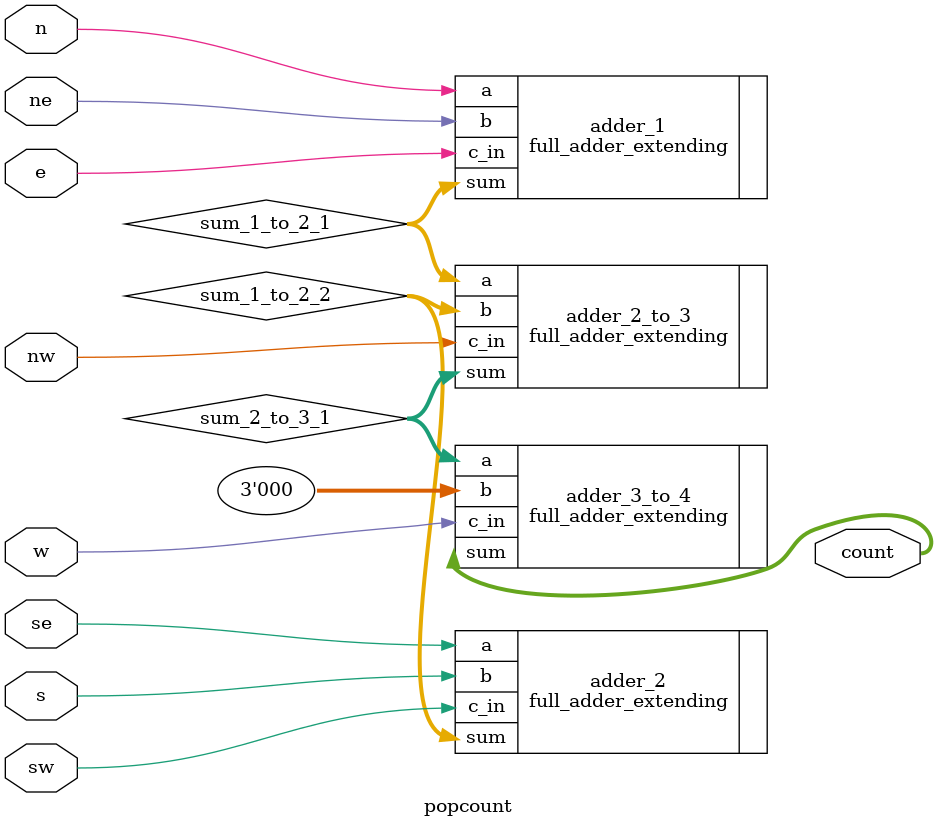
<source format=sv>

/*
* This Source Code Form is subject to the terms of the Mozilla Public
* License, v. 2.0. If a copy of the MPL was not distributed with this
* file, You can obtain one at https://mozilla.org/MPL/2.0/.
*/
`default_nettype none


/* svlint off keyword_forbidden_wire_reg */
module popcount(
    input  wire       n,
    input  wire       ne,
    input  wire       e,
    input  wire       se,
    input  wire       s,
    input  wire       sw,
    input  wire       w,
    input  wire       nw,
    output wire [3:0] count
);
/* svlint on keyword_forbidden_wire_reg */


    // Intermediate signals for the 2 bit values

    logic [1:0] sum_1_to_2_1;
    logic [1:0] sum_1_to_2_2;
    logic [1:0] sum_1_to_2_3;

    // Intermediate signals for the 3 bit values
    logic [2:0] sum_2_to_3_1;

    // Note: Carry in can be used as a way to add a single 1 bit value
    // to an arbitrary N bit value. We can use this to reduce the
    // number of 1-bit adders in the first stage.



    // First stage adders
    full_adder_extending #(1) adder_1 (
        .a(n),
        .b(ne),
        .c_in(e),
        .sum(sum_1_to_2_1)
    );

    full_adder_extending #(1) adder_2 (
        .a(se),
        .b(s),
        .c_in(sw),
        .sum(sum_1_to_2_2)
    );

    // Second stage adders
    full_adder_extending #(2) adder_2_to_3(
        .a(sum_1_to_2_1),
        .b(sum_1_to_2_2),
        .c_in(nw),
        .sum(sum_2_to_3_1)
    );

    // Third stage adder
    full_adder_extending #(3) adder_3_to_4(
        .a(sum_2_to_3_1),
        .b(3'b0),
        .c_in(w),
        .sum(count)
    );



endmodule

`default_nettype wire

</source>
